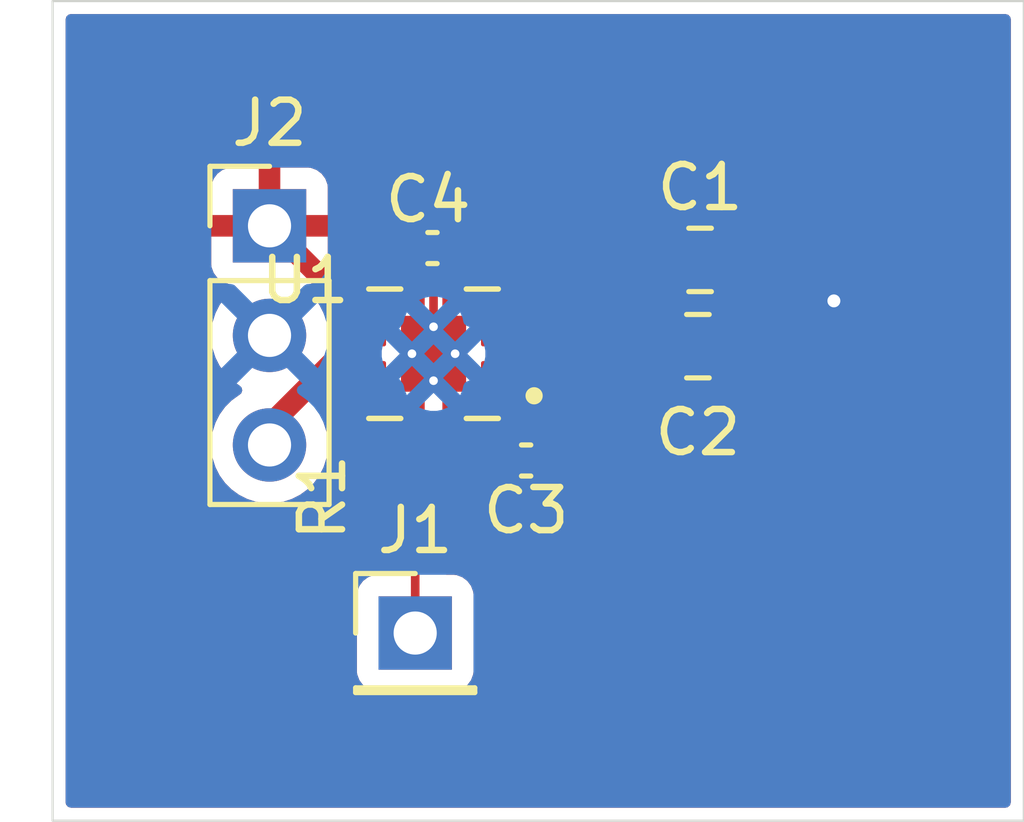
<source format=kicad_pcb>
(kicad_pcb (version 20241229) (generator "pcbnew") (generator_version "9.0")
  (layers (0 "F.Cu" signal) (2 "B.Cu" signal) (13 "F.Paste" user) (15 "B.Paste" user) (5 "F.SilkS" user "F.Silkscreen") (7 "B.SilkS" user "B.Silkscreen") (1 "F.Mask" user) (3 "B.Mask" user) (25 "Edge.Cuts" user))
  (net 0 "")
  (net 1 "Net-(U1-CWD)")
  (net 2 "GND")
  (net 3 "Net-(U1-VDD)")
  (net 4 "VDD")
  (net 5 "RESET")
  (net 6 "GPIO")
  (footprint "Capacitor_SMD:C_0402_1005Metric" (layer "F.Cu") (at 116.3 87.225)
    (property "Reference" "C4" (at -0.1 -1.125 180) (layer "F.SilkS"))
    (property "Value" "0.1uF")
    (fp_line (start -0.107836 -0.36) (end 0.107836 -0.36) (stroke (width 0.12)) (layer "F.SilkS"))
    (fp_line (start -0.107836 0.36) (end 0.107836 0.36) (stroke (width 0.12)) (layer "F.SilkS"))
    (pad "1" smd roundrect (at -0.48 0) (size 0.56 0.62) (layers "F.Cu" "F.Mask" "F.Paste") (net 4 "VDD"))
    (pad "2" smd roundrect (at 0.48 0) (size 0.56 0.62) (layers "F.Cu" "F.Mask" "F.Paste") (net 2 "GND"))
  )
  (footprint "Connector_PinHeader_2.54mm:PinHeader_1x03_P2.54mm_Vertical" (layer "F.Cu") (at 112.525 86.71)
    (property "Reference" "J2" (at 0 -2.38 0) (layer "F.SilkS"))
    (property "Value" "Conn_01x03_Pin")
    (fp_line (start -1.38 -1.38) (end 0 -1.38) (stroke (width 0.12)) (layer "F.SilkS"))
    (fp_line (start -1.38 0) (end -1.38 -1.38) (stroke (width 0.12)) (layer "F.SilkS"))
    (fp_line (start -1.38 1.27) (end -1.38 6.46) (stroke (width 0.12)) (layer "F.SilkS"))
    (fp_line (start -1.38 1.27) (end 1.38 1.27) (stroke (width 0.12)) (layer "F.SilkS"))
    (fp_line (start -1.38 6.46) (end 1.38 6.46) (stroke (width 0.12)) (layer "F.SilkS"))
    (fp_line (start 1.38 1.27) (end 1.38 6.46) (stroke (width 0.12)) (layer "F.SilkS"))
    (pad "1" thru_hole rect (at 0 0) (size 1.7 1.7) (drill 1) (layers "*.Cu" "*.Mask") (net 4 "VDD"))
    (pad "2" thru_hole circle (at 0 2.54) (size 1.7 1.7) (drill 1) (layers "*.Cu" "*.Mask") (net 2 "GND"))
    (pad "3" thru_hole circle (at 0 5.08) (size 1.7 1.7) (drill 1) (layers "*.Cu" "*.Mask") (net 6 "GPIO"))
  )
  (footprint "Capacitor_SMD:C_0402_1005Metric" (layer "F.Cu") (at 118.47 92.15 180)
    (property "Reference" "C3" (at 0 -1.16 0) (layer "F.SilkS"))
    (property "Value" "0.1uF")
    (fp_line (start -0.107836 0.36) (end 0.107836 0.36) (stroke (width 0.12)) (layer "F.SilkS"))
    (fp_line (start -0.107836 -0.36) (end 0.107836 -0.36) (stroke (width 0.12)) (layer "F.SilkS"))
    (pad "1" smd roundrect (at -0.48 0 180) (size 0.56 0.62) (layers "F.Cu" "F.Mask" "F.Paste") (net 4 "VDD"))
    (pad "2" smd roundrect (at 0.48 0 180) (size 0.56 0.62) (layers "F.Cu" "F.Mask" "F.Paste") (net 3 "Net-(U1-VDD)"))
  )
  (footprint "Footprints:IC_TPS3431SDRBR" (layer "F.Cu") (at 116.325 89.675 180)
    (property "Reference" "U1" (at 2.975 1.7 0) (layer "F.SilkS"))
    (property "Value" "TPS3431SDRBR" (hide yes))
    (fp_line (start 0.76 1.5) (end 1.5 1.5) (stroke (width 0.127)) (layer "F.SilkS"))
    (fp_line (start 0.76 -1.5) (end 1.5 -1.5) (stroke (width 0.127)) (layer "F.SilkS"))
    (fp_line (start -1.5 1.5) (end -0.76 1.5) (stroke (width 0.127)) (layer "F.SilkS"))
    (fp_line (start -1.5 -1.5) (end -0.76 -1.5) (stroke (width 0.127)) (layer "F.SilkS"))
    (fp_circle (center -2.33 -0.975) (end -2.23 -0.975) (stroke (width 0.2)) (fill no) (layer "F.SilkS"))
    (pad "1" smd roundrect (at -1.4 -0.975 180) (size 0.6 0.31) (layers "F.Cu" "F.Paste") (roundrect_rratio 0.16) (net 3 "Net-(U1-VDD)"))
    (pad "2" smd roundrect (at -1.4 -0.325 180) (size 0.6 0.31) (layers "F.Cu" "F.Paste") (roundrect_rratio 0.16) (net 1 "Net-(U1-CWD)"))
    (pad "3" smd roundrect (at -1.4 0.325 180) (size 0.6 0.31) (layers "F.Cu" "F.Paste") (roundrect_rratio 0.16) (net 4 "VDD"))
    (pad "4" smd roundrect (at -1.4 0.975 180) (size 0.6 0.31) (layers "F.Cu" "F.Paste") (roundrect_rratio 0.16) (net 2 "GND"))
    (pad "5" smd roundrect (at 1.4 0.975 180) (size 0.6 0.31) (layers "F.Cu" "F.Paste") (roundrect_rratio 0.16) (net 4 "VDD"))
    (pad "6" smd roundrect (at 1.4 0.325 180) (size 0.6 0.31) (layers "F.Cu" "F.Paste") (roundrect_rratio 0.16) (net 6 "GPIO"))
    (pad "7" smd roundrect (at 1.4 -0.325 180) (size 0.6 0.31) (layers "F.Cu" "F.Paste") (roundrect_rratio 0.16) (net 5 "RESET"))
    (pad "8" smd roundrect (at 1.4 -0.975 180) (size 0.6 0.31) (layers "F.Cu" "F.Paste") (roundrect_rratio 0.16) (net 5 "RESET"))
    (pad "9" smd custom (at 0 0 180) (size 1.4 1.65) (layers "F.Cu") (net 2 "GND") (options (clearance outline) (anchor rect)) (primitives (gr_poly (pts (xy -0.49 0.875) (xy -0.7 0.875) (xy -0.703 0.875) (xy -0.705 0.875) (xy -0.708 0.874) (xy -0.71 0.874) (xy -0.713 0.873) (xy -0.715 0.873) (xy -0.718 0.872) (xy -0.72 0.871) (xy -0.723 0.87) (xy -0.725 0.868) (xy -0.727 0.867) (xy -0.729 0.865) (xy -0.731 0.864) (xy -0.733 0.862) (xy -0.735 0.86) (xy -0.737 0.858) (xy -0.739 0.856) (xy -0.74 0.854) (xy -0.742 0.852) (xy -0.743 0.85) (xy -0.745 0.848) (xy -0.746 0.845) (xy -0.747 0.843) (xy -0.748 0.84) (xy -0.748 0.838) (xy -0.749 0.835) (xy -0.749 0.833) (xy -0.75 0.83) (xy -0.75 0.828) (xy -0.75 0.825) (xy -0.75 -0.825) (xy -0.75 -0.828) (xy -0.75 -0.83) (xy -0.749 -0.833) (xy -0.749 -0.835) (xy -0.748 -0.838) (xy -0.748 -0.84) (xy -0.747 -0.843) (xy -0.746 -0.845) (xy -0.745 -0.848) (xy -0.743 -0.85) (xy -0.742 -0.852) (xy -0.74 -0.854) (xy -0.739 -0.856) (xy -0.737 -0.858) (xy -0.735 -0.86) (xy -0.733 -0.862) (xy -0.731 -0.864) (xy -0.729 -0.865) (xy -0.727 -0.867) (xy -0.725 -0.868) (xy -0.723 -0.87) (xy -0.72 -0.871) (xy -0.718 -0.872) (xy -0.715 -0.873) (xy -0.713 -0.873) (xy -0.71 -0.874) (xy -0.708 -0.874) (xy -0.705 -0.875) (xy -0.703 -0.875) (xy -0.7 -0.875) (xy -0.49 -0.875) (xy -0.487 -0.875) (xy -0.485 -0.875) (xy -0.482 -0.876) (xy -0.48 -0.876) (xy -0.477 -0.877) (xy -0.475 -0.877) (xy -0.472 -0.878) (xy -0.47 -0.879) (xy -0.467 -0.88) (xy -0.465 -0.882) (xy -0.463 -0.883) (xy -0.461 -0.885) (xy -0.459 -0.886) (xy -0.457 -0.888) (xy -0.455 -0.89) (xy -0.453 -0.892) (xy -0.451 -0.894) (xy -0.45 -0.896) (xy -0.448 -0.898) (xy -0.447 -0.9) (xy -0.445 -0.902) (xy -0.444 -0.905) (xy -0.443 -0.907) (xy -0.442 -0.91) (xy -0.442 -0.912) (xy -0.441 -0.915) (xy -0.441 -0.917) (xy -0.44 -0.92) (xy -0.44 -0.922) (xy -0.44 -0.925) (xy -0.44 -1.65) (xy -0.44 -1.653) (xy -0.44 -1.655) (xy -0.439 -1.658) (xy -0.439 -1.66) (xy -0.438 -1.663) (xy -0.438 -1.665) (xy -0.437 -1.668) (xy -0.436 -1.67) (xy -0.435 -1.673) (xy -0.433 -1.675) (xy -0.432 -1.677) (xy -0.43 -1.679) (xy -0.429 -1.681) (xy -0.427 -1.683) (xy -0.425 -1.685) (xy -0.423 -1.687) (xy -0.421 -1.689) (xy -0.419 -1.69) (xy -0.417 -1.692) (xy -0.415 -1.693) (xy -0.413 -1.695) (xy -0.41 -1.696) (xy -0.408 -1.697) (xy -0.405 -1.698) (xy -0.403 -1.698) (xy -0.4 -1.699) (xy -0.398 -1.699) (xy -0.395 -1.7) (xy -0.393 -1.7) (xy -0.39 -1.7) (xy -0.26 -1.7) (xy -0.257 -1.7) (xy -0.255 -1.7) (xy -0.252 -1.699) (xy -0.25 -1.699) (xy -0.247 -1.698) (xy -0.245 -1.698) (xy -0.242 -1.697) (xy -0.24 -1.696) (xy -0.237 -1.695) (xy -0.235 -1.693) (xy -0.233 -1.692) (xy -0.231 -1.69) (xy -0.229 -1.689) (xy -0.227 -1.687) (xy -0.225 -1.685) (xy -0.223 -1.683) (xy -0.221 -1.681) (xy -0.22 -1.679) (xy -0.218 -1.677) (xy -0.217 -1.675) (xy -0.215 -1.673) (xy -0.214 -1.67) (xy -0.213 -1.668) (xy -0.212 -1.665) (xy -0.212 -1.663) (xy -0.211 -1.66) (xy -0.211 -1.658) (xy -0.21 -1.655) (xy -0.21 -1.653) (xy -0.21 -1.65) (xy -0.21 -0.925) (xy -0.21 -0.922) (xy -0.21 -0.92) (xy -0.209 -0.917) (xy -0.209 -0.915) (xy -0.208 -0.912) (xy -0.208 -0.91) (xy -0.207 -0.907) (xy -0.206 -0.905) (xy -0.205 -0.902) (xy -0.203 -0.9) (xy -0.202 -0.898) (xy -0.2 -0.896) (xy -0.199 -0.894) (xy -0.197 -0.892) (xy -0.195 -0.89) (xy -0.193 -0.888) (xy -0.191 -0.886) (xy -0.189 -0.885) (xy -0.187 -0.883) (xy -0.185 -0.882) (xy -0.183 -0.88) (xy -0.18 -0.879) (xy -0.178 -0.878) (xy -0.175 -0.877) (xy -0.173 -0.877) (xy -0.17 -0.876) (xy -0.168 -0.876) (xy -0.165 -0.875) (xy -0.163 -0.875) (xy -0.16 -0.875) (xy 0.16 -0.875) (xy 0.163 -0.875) (xy 0.165 -0.875) (xy 0.168 -0.876) (xy 0.17 -0.876) (xy 0.173 -0.877) (xy 0.175 -0.877) (xy 0.178 -0.878) (xy 0.18 -0.879) (xy 0.183 -0.88) (xy 0.185 -0.882) (xy 0.187 -0.883) (xy 0.189 -0.885) (xy 0.191 -0.886) (xy 0.193 -0.888) (xy 0.195 -0.89) (xy 0.197 -0.892) (xy 0.199 -0.894) (xy 0.2 -0.896) (xy 0.202 -0.898) (xy 0.203 -0.9) (xy 0.205 -0.902) (xy 0.206 -0.905) (xy 0.207 -0.907) (xy 0.208 -0.91) (xy 0.208 -0.912) (xy 0.209 -0.915) (xy 0.209 -0.917) (xy 0.21 -0.92) (xy 0.21 -0.922) (xy 0.21 -0.925) (xy 0.21 -1.65) (xy 0.21 -1.653) (xy 0.21 -1.655) (xy 0.211 -1.658) (xy 0.211 -1.66) (xy 0.212 -1.663) (xy 0.212 -1.665) (xy 0.213 -1.668) (xy 0.214 -1.67) (xy 0.215 -1.673) (xy 0.217 -1.675) (xy 0.218 -1.677) (xy 0.22 -1.679) (xy 0.221 -1.681) (xy 0.223 -1.683) (xy 0.225 -1.685) (xy 0.227 -1.687) (xy 0.229 -1.689) (xy 0.231 -1.69) (xy 0.233 -1.692) (xy 0.235 -1.693) (xy 0.237 -1.695) (xy 0.24 -1.696) (xy 0.242 -1.697) (xy 0.245 -1.698) (xy 0.247 -1.698) (xy 0.25 -1.699) (xy 0.252 -1.699) (xy 0.255 -1.7) (xy 0.257 -1.7) (xy 0.26 -1.7) (xy 0.39 -1.7) (xy 0.393 -1.7) (xy 0.395 -1.7) (xy 0.398 -1.699) (xy 0.4 -1.699) (xy 0.403 -1.698) (xy 0.405 -1.698) (xy 0.408 -1.697) (xy 0.41 -1.696) (xy 0.413 -1.695) (xy 0.415 -1.693) (xy 0.417 -1.692) (xy 0.419 -1.69) (xy 0.421 -1.689) (xy 0.423 -1.687) (xy 0.425 -1.685) (xy 0.427 -1.683) (xy 0.429 -1.681) (xy 0.43 -1.679) (xy 0.432 -1.677) (xy 0.433 -1.675) (xy 0.435 -1.673) (xy 0.436 -1.67) (xy 0.437 -1.668) (xy 0.438 -1.665) (xy 0.438 -1.663) (xy 0.439 -1.66) (xy 0.439 -1.658) (xy 0.44 -1.655) (xy 0.44 -1.653) (xy 0.44 -1.65) (xy 0.44 -0.925) (xy 0.44 -0.922) (xy 0.44 -0.92) (xy 0.441 -0.917) (xy 0.441 -0.915) (xy 0.442 -0.912) (xy 0.442 -0.91) (xy 0.443 -0.907) (xy 0.444 -0.905) (xy 0.445 -0.902) (xy 0.447 -0.9) (xy 0.448 -0.898) (xy 0.45 -0.896) (xy 0.451 -0.894) (xy 0.453 -0.892) (xy 0.455 -0.89) (xy 0.457 -0.888) (xy 0.459 -0.886) (xy 0.461 -0.885) (xy 0.463 -0.883) (xy 0.465 -0.882) (xy 0.467 -0.88) (xy 0.47 -0.879) (xy 0.472 -0.878) (xy 0.475 -0.877) (xy 0.477 -0.877) (xy 0.48 -0.876) (xy 0.482 -0.876) (xy 0.485 -0.875) (xy 0.487 -0.875) (xy 0.49 -0.875) (xy 0.7 -0.875) (xy 0.703 -0.875) (xy 0.705 -0.875) (xy 0.708 -0.874) (xy 0.71 -0.874) (xy 0.713 -0.873) (xy 0.715 -0.873) (xy 0.718 -0.872) (xy 0.72 -0.871) (xy 0.723 -0.87) (xy 0.725 -0.868) (xy 0.727 -0.867) (xy 0.729 -0.865) (xy 0.731 -0.864) (xy 0.733 -0.862) (xy 0.735 -0.86) (xy 0.737 -0.858) (xy 0.739 -0.856) (xy 0.74 -0.854) (xy 0.742 -0.852) (xy 0.743 -0.85) (xy 0.745 -0.848) (xy 0.746 -0.845) (xy 0.747 -0.843) (xy 0.748 -0.84) (xy 0.748 -0.838) (xy 0.749 -0.835) (xy 0.749 -0.833) (xy 0.75 -0.83) (xy 0.75 -0.828) (xy 0.75 -0.825) (xy 0.75 0.825) (xy 0.75 0.828) (xy 0.75 0.83) (xy 0.749 0.833) (xy 0.749 0.835) (xy 0.748 0.838) (xy 0.748 0.84) (xy 0.747 0.843) (xy 0.746 0.845) (xy 0.745 0.848) (xy 0.743 0.85) (xy 0.742 0.852) (xy 0.74 0.854) (xy 0.739 0.856) (xy 0.737 0.858) (xy 0.735 0.86) (xy 0.733 0.862) (xy 0.731 0.864) (xy 0.729 0.865) (xy 0.727 0.867) (xy 0.725 0.868) (xy 0.723 0.87) (xy 0.72 0.871) (xy 0.718 0.872) (xy 0.715 0.873) (xy 0.713 0.873) (xy 0.71 0.874) (xy 0.708 0.874) (xy 0.705 0.875) (xy 0.703 0.875) (xy 0.7 0.875) (xy 0.49 0.875) (xy 0.487 0.875) (xy 0.485 0.875) (xy 0.482 0.876) (xy 0.48 0.876) (xy 0.477 0.877) (xy 0.475 0.877) (xy 0.472 0.878) (xy 0.47 0.879) (xy 0.467 0.88) (xy 0.465 0.882) (xy 0.463 0.883) (xy 0.461 0.885) (xy 0.459 0.886) (xy 0.457 0.888) (xy 0.455 0.89) (xy 0.453 0.892) (xy 0.451 0.894) (xy 0.45 0.896) (xy 0.448 0.898) (xy 0.447 0.9) (xy 0.445 0.902) (xy 0.444 0.905) (xy 0.443 0.907) (xy 0.442 0.91) (xy 0.442 0.912) (xy 0.441 0.915) (xy 0.441 0.917) (xy 0.44 0.92) (xy 0.44 0.922) (xy 0.44 0.925) (xy 0.44 1.65) (xy 0.44 1.653) (xy 0.44 1.655) (xy 0.439 1.658) (xy 0.439 1.66) (xy 0.438 1.663) (xy 0.438 1.665) (xy 0.437 1.668) (xy 0.436 1.67) (xy 0.435 1.673) (xy 0.433 1.675) (xy 0.432 1.677) (xy 0.43 1.679) (xy 0.429 1.681) (xy 0.427 1.683) (xy 0.425 1.685) (xy 0.423 1.687) (xy 0.421 1.689) (xy 0.419 1.69) (xy 0.417 1.692) (xy 0.415 1.693) (xy 0.413 1.695) (xy 0.41 1.696) (xy 0.408 1.697) (xy 0.405 1.698) (xy 0.403 1.698) (xy 0.4 1.699) (xy 0.398 1.699) (xy 0.395 1.7) (xy 0.393 1.7) (xy 0.39 1.7) (xy 0.26 1.7) (xy 0.257 1.7) (xy 0.255 1.7) (xy 0.252 1.699) (xy 0.25 1.699) (xy 0.247 1.698) (xy 0.245 1.698) (xy 0.242 1.697) (xy 0.24 1.696) (xy 0.237 1.695) (xy 0.235 1.693) (xy 0.233 1.692) (xy 0.231 1.69) (xy 0.229 1.689) (xy 0.227 1.687) (xy 0.225 1.685) (xy 0.223 1.683) (xy 0.221 1.681) (xy 0.22 1.679) (xy 0.218 1.677) (xy 0.217 1.675) (xy 0.215 1.673) (xy 0.214 1.67) (xy 0.213 1.668) (xy 0.212 1.665) (xy 0.212 1.663) (xy 0.211 1.66) (xy 0.211 1.658) (xy 0.21 1.655) (xy 0.21 1.653) (xy 0.21 1.65) (xy 0.21 0.925) (xy 0.21 0.922) (xy 0.21 0.92) (xy 0.209 0.917) (xy 0.209 0.915) (xy 0.208 0.912) (xy 0.208 0.91) (xy 0.207 0.907) (xy 0.206 0.905) (xy 0.205 0.902) (xy 0.203 0.9) (xy 0.202 0.898) (xy 0.2 0.896) (xy 0.199 0.894) (xy 0.197 0.892) (xy 0.195 0.89) (xy 0.193 0.888) (xy 0.191 0.886) (xy 0.189 0.885) (xy 0.187 0.883) (xy 0.185 0.882) (xy 0.183 0.88) (xy 0.18 0.879) (xy 0.178 0.878) (xy 0.175 0.877) (xy 0.173 0.877) (xy 0.17 0.876) (xy 0.168 0.876) (xy 0.165 0.875) (xy 0.163 0.875) (xy 0.16 0.875) (xy -0.16 0.875) (xy -0.163 0.875) (xy -0.165 0.875) (xy -0.168 0.876) (xy -0.17 0.876) (xy -0.173 0.877) (xy -0.175 0.877) (xy -0.178 0.878) (xy -0.18 0.879) (xy -0.183 0.88) (xy -0.185 0.882) (xy -0.187 0.883) (xy -0.189 0.885) (xy -0.191 0.886) (xy -0.193 0.888) (xy -0.195 0.89) (xy -0.197 0.892) (xy -0.199 0.894) (xy -0.2 0.896) (xy -0.202 0.898) (xy -0.203 0.9) (xy -0.205 0.902) (xy -0.206 0.905) (xy -0.207 0.907) (xy -0.208 0.91) (xy -0.208 0.912) (xy -0.209 0.915) (xy -0.209 0.917) (xy -0.21 0.92) (xy -0.21 0.922) (xy -0.21 0.925) (xy -0.21 1.65) (xy -0.21 1.653) (xy -0.21 1.655) (xy -0.211 1.658) (xy -0.211 1.66) (xy -0.212 1.663) (xy -0.212 1.665) (xy -0.213 1.668) (xy -0.214 1.67) (xy -0.215 1.673) (xy -0.217 1.675) (xy -0.218 1.677) (xy -0.22 1.679) (xy -0.221 1.681) (xy -0.223 1.683) (xy -0.225 1.685) (xy -0.227 1.687) (xy -0.229 1.689) (xy -0.231 1.69) (xy -0.233 1.692) (xy -0.235 1.693) (xy -0.237 1.695) (xy -0.24 1.696) (xy -0.242 1.697) (xy -0.245 1.698) (xy -0.247 1.698) (xy -0.25 1.699) (xy -0.252 1.699) (xy -0.255 1.7) (xy -0.257 1.7) (xy -0.26 1.7) (xy -0.39 1.7) (xy -0.393 1.7) (xy -0.395 1.7) (xy -0.398 1.699) (xy -0.4 1.699) (xy -0.403 1.698) (xy -0.405 1.698) (xy -0.408 1.697) (xy -0.41 1.696) (xy -0.413 1.695) (xy -0.415 1.693) (xy -0.417 1.692) (xy -0.419 1.69) (xy -0.421 1.689) (xy -0.423 1.687) (xy -0.425 1.685) (xy -0.427 1.683) (xy -0.429 1.681) (xy -0.43 1.679) (xy -0.432 1.677) (xy -0.433 1.675) (xy -0.435 1.673) (xy -0.436 1.67) (xy -0.437 1.668) (xy -0.438 1.665) (xy -0.438 1.663) (xy -0.439 1.66) (xy -0.439 1.658) (xy -0.44 1.655) (xy -0.44 1.653) (xy -0.44 1.65) (xy -0.44 0.925) (xy -0.44 0.922) (xy -0.44 0.92) (xy -0.441 0.917) (xy -0.441 0.915) (xy -0.442 0.912) (xy -0.442 0.91) (xy -0.443 0.907) (xy -0.444 0.905) (xy -0.445 0.902) (xy -0.447 0.9) (xy -0.448 0.898) (xy -0.45 0.896) (xy -0.451 0.894) (xy -0.453 0.892) (xy -0.455 0.89) (xy -0.457 0.888) (xy -0.459 0.886) (xy -0.461 0.885) (xy -0.463 0.883) (xy -0.465 0.882) (xy -0.467 0.88) (xy -0.47 0.879) (xy -0.472 0.878) (xy -0.475 0.877) (xy -0.477 0.877) (xy -0.48 0.876) (xy -0.482 0.876) (xy -0.485 0.875) (xy -0.487 0.875) (xy -0.49 0.875)) (width 0.01) (fill yes))))
    (pad "10" thru_hole circle (at 0 -0.625 180) (size 0.4 0.4) (drill 0.2) (layers "*.Cu") (net 2 "GND"))
    (pad "11" thru_hole circle (at -0.5 0 180) (size 0.4 0.4) (drill 0.2) (layers "*.Cu") (net 2 "GND"))
    (pad "12" thru_hole circle (at 0.5 0 180) (size 0.4 0.4) (drill 0.2) (layers "*.Cu") (net 2 "GND"))
    (pad "13" thru_hole circle (at 0 0.625 180) (size 0.4 0.4) (drill 0.2) (layers "*.Cu") (net 2 "GND"))
  )
  (footprint "Capacitor_SMD:C_0805_2012Metric" (layer "F.Cu") (at 122.5 87.5)
    (property "Reference" "C1" (at 0 -1.68 0) (layer "F.SilkS"))
    (property "Value" "680nF")
    (fp_line (start -0.261252 -0.735) (end 0.261252 -0.735) (stroke (width 0.12)) (layer "F.SilkS"))
    (fp_line (start -0.261252 0.735) (end 0.261252 0.735) (stroke (width 0.12)) (layer "F.SilkS"))
    (pad "1" smd roundrect (at -0.95 0) (size 1 1.45) (layers "F.Cu" "F.Mask" "F.Paste") (net 1 "Net-(U1-CWD)"))
    (pad "2" smd roundrect (at 0.95 0) (size 1 1.45) (layers "F.Cu" "F.Mask" "F.Paste") (net 2 "GND"))
  )
  (footprint "Capacitor_SMD:C_0805_2012Metric" (layer "F.Cu") (at 122.45 89.5)
    (property "Reference" "C2" (at 0 2 0) (layer "F.SilkS"))
    (property "Value" "82nF")
    (fp_line (start -0.261252 -0.735) (end 0.261252 -0.735) (stroke (width 0.12)) (layer "F.SilkS"))
    (fp_line (start -0.261252 0.735) (end 0.261252 0.735) (stroke (width 0.12)) (layer "F.SilkS"))
    (pad "1" smd roundrect (at -0.95 0) (size 1 1.45) (layers "F.Cu" "F.Mask" "F.Paste") (net 1 "Net-(U1-CWD)"))
    (pad "2" smd roundrect (at 0.95 0) (size 1 1.45) (layers "F.Cu" "F.Mask" "F.Paste") (net 2 "GND"))
  )
  (footprint "Connector_PinHeader_2.54mm:PinHeader_1x01_P2.54mm_Vertical" (layer "F.Cu") (at 115.9 96.15)
    (property "Reference" "J1" (at 0 -2.38 0) (layer "F.SilkS"))
    (property "Value" "Conn_01x01_Pin" (hide yes))
    (fp_line (start -1.38 -1.38) (end 0 -1.38) (stroke (width 0.12)) (layer "F.SilkS"))
    (fp_line (start -1.38 0) (end -1.38 -1.38) (stroke (width 0.12)) (layer "F.SilkS"))
    (fp_line (start -1.38 1.27) (end -1.38 1.38) (stroke (width 0.12)) (layer "F.SilkS"))
    (fp_line (start -1.38 1.27) (end 1.38 1.27) (stroke (width 0.12)) (layer "F.SilkS"))
    (fp_line (start -1.38 1.38) (end 1.38 1.38) (stroke (width 0.12)) (layer "F.SilkS"))
    (fp_line (start 1.38 1.27) (end 1.38 1.38) (stroke (width 0.12)) (layer "F.SilkS"))
    (pad "1" thru_hole rect (at 0 0) (size 1.7 1.7) (drill 1) (layers "*.Cu" "*.Mask") (net 5 "RESET"))
  )
  (footprint "Resistor_SMD:R_0201_0603Metric" (layer "F.Cu") (at 114.8 93.005 90)
    (property "Reference" "R1" (at 0 -1.05 90) (layer "F.SilkS"))
    (property "Value" "100k")
    (pad "1" smd roundrect (at -0.32 0 90) (size 0.46 0.4) (layers "F.Cu" "F.Mask") (net 4 "VDD"))
    (pad "2" smd roundrect (at 0.32 0 90) (size 0.46 0.4) (layers "F.Cu" "F.Mask") (net 5 "RESET"))
  )
  (gr_rect (start 107.5 81.5) (end 130 100.5) (stroke (width 0.05)) (fill no) (layer "Edge.Cuts"))
  (segment (start 117.725 90) (end 121 90) (width 0.2) (layer "F.Cu") (net 1))
  (segment (start 121.5 89.5) (end 121.5 87.55) (width 0.2) (layer "F.Cu") (net 1))
  (segment (start 121.5 87.55) (end 121.55 87.5) (width 0.2) (layer "F.Cu") (net 1))
  (segment (start 121 90) (end 121.5 89.5) (width 0.2) (layer "F.Cu") (net 1))
  (segment (start 121.161 89.839) (end 121.5 89.5) (width 0.3) (layer "F.Cu") (net 1))
  (segment (start 116.325 89.05) (end 116.325 87.68) (width 0.2) (layer "F.Cu") (net 2))
  (segment (start 116.78 87.225) (end 117.125 87.225) (width 0.2) (layer "F.Cu") (net 2))
  (segment (start 124.45 88.45) (end 124.95 88.45) (width 0.2) (layer "F.Cu") (net 2))
  (segment (start 117.375 88.35) (end 117.725 88.7) (width 0.2) (layer "F.Cu") (net 2))
  (segment (start 123.4 89.5) (end 124.45 88.45) (width 0.2) (layer "F.Cu") (net 2))
  (segment (start 117.375 87.475) (end 117.375 88.35) (width 0.2) (layer "F.Cu") (net 2))
  (segment (start 124.4 88.45) (end 123.45 87.5) (width 0.2) (layer "F.Cu") (net 2))
  (segment (start 124.95 88.45) (end 124.4 88.45) (width 0.2) (layer "F.Cu") (net 2))
  (segment (start 125.6 88.45) (end 124.95 88.45) (width 0.2) (layer "F.Cu") (net 2))
  (segment (start 117.125 87.225) (end 117.375 87.475) (width 0.2) (layer "F.Cu") (net 2))
  (segment (start 116.325 87.68) (end 116.78 87.225) (width 0.2) (layer "F.Cu") (net 2))
  (via (at 125.6 88.45) (size 0.6) (drill 0.3) (layers "F.Cu" "B.Cu") (net 2))
  (segment (start 117.99 90.965) (end 117.99 92.15) (width 0.3) (layer "F.Cu") (net 3))
  (segment (start 117.7 90.675) (end 117.99 90.965) (width 0.3) (layer "F.Cu") (net 3))
  (segment (start 117.725 90.65) (end 117.7 90.675) (width 0.3) (layer "F.Cu") (net 3))
  (segment (start 115.075 87.97) (end 115.82 87.225) (width 0.2) (layer "F.Cu") (net 4))
  (segment (start 115.05 88.7) (end 115.075 88.725) (width 0.2) (layer "F.Cu") (net 4))
  (segment (start 114.925 88.7) (end 115.05 88.7) (width 0.2) (layer "F.Cu") (net 4))
  (segment (start 117.725 89.35) (end 119.25 89.35) (width 0.2) (layer "F.Cu") (net 4))
  (segment (start 115.075 88.725) (end 115.075 87.97) (width 0.2) (layer "F.Cu") (net 4))
  (segment (start 114.464 88.649) (end 114.925 88.649) (width 0.5) (layer "F.Cu") (net 4))
  (segment (start 112.525 86.71) (end 114.464 88.649) (width 0.5) (layer "F.Cu") (net 4))
  (segment (start 119.25 89.35) (end 119.65 88.95) (width 0.2) (layer "F.Cu") (net 4))
  (segment (start 114.925 90.65) (end 114.925 90) (width 0.2) (layer "F.Cu") (net 5))
  (segment (start 115.9 92.775) (end 115.8 92.775) (width 0.2) (layer "F.Cu") (net 5))
  (segment (start 114.925 92.3) (end 114.8 92.425) (width 0.2) (layer "F.Cu") (net 5))
  (segment (start 115.9 96.15) (end 115.9 92.775) (width 0.2) (layer "F.Cu") (net 5))
  (segment (start 115.8 92.775) (end 115.71 92.685) (width 0.2) (layer "F.Cu") (net 5))
  (segment (start 114.8 92.425) (end 114.8 92.685) (width 0.2) (layer "F.Cu") (net 5))
  (segment (start 115.71 92.685) (end 114.8 92.685) (width 0.2) (layer "F.Cu") (net 5))
  (segment (start 114.925 90.65) (end 114.925 92.3) (width 0.2) (layer "F.Cu") (net 5))
  (segment (start 112.525 91.79) (end 112.525 91.33487) (width 0.5) (layer "F.Cu") (net 6))
  (segment (start 112.525 91.33487) (end 114.50987 89.35) (width 0.5) (layer "F.Cu") (net 6))
  (segment (start 114.50987 89.35) (end 114.925 89.35) (width 0.5) (layer "F.Cu") (net 6))
  (zone (net 4) (net_name "VDD") (layer "F.Cu") (connect_pads (clearance 0.5)) (min_thickness 0.25) (fill yes (thermal_gap 0.5) (thermal_bridge_width 0.5))
    (polygon (pts (xy 130 81.5) (xy 130 100.5) (xy 107.5 100.5) (xy 107.5 81.5)))
  )
  (zone (net 2) (net_name "GND") (layer "B.Cu") (priority 1) (connect_pads (clearance 0.5)) (min_thickness 0.25) (fill yes (thermal_gap 0.5) (thermal_bridge_width 0.5))
    (polygon (pts (xy 130 81.5) (xy 130 100.5) (xy 107.5 100.5) (xy 107.5 81.5)))
  )
)
</source>
